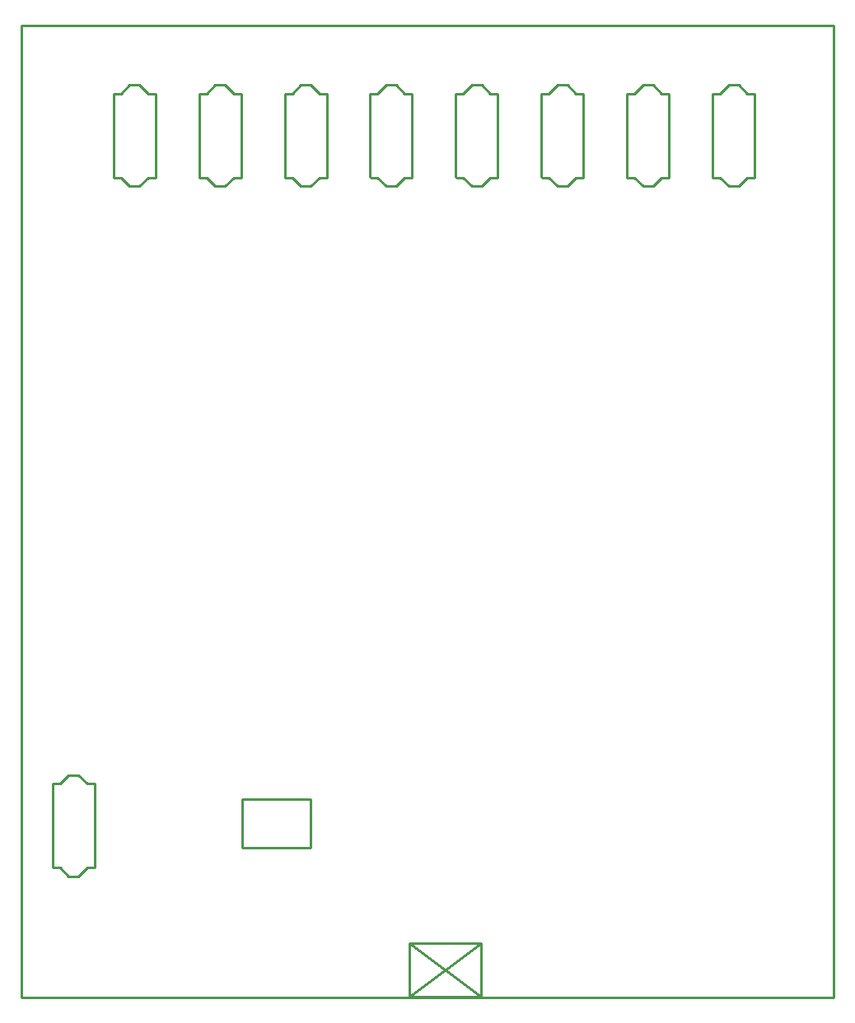
<source format=gm1>
G04*
G04 #@! TF.GenerationSoftware,Altium Limited,Altium Designer,20.2.4 (192)*
G04*
G04 Layer_Color=16711935*
%FSLAX44Y44*%
%MOMM*%
G71*
G04*
G04 #@! TF.SameCoordinates,18019364-DA1A-42E4-9FE6-B170CA0846D9*
G04*
G04*
G04 #@! TF.FilePolarity,Positive*
G04*
G01*
G75*
%ADD11C,0.2540*%
D11*
X0Y-2D02*
Y999998D01*
X835000D02*
X835000Y-2D01*
X0Y999998D02*
X835000Y999998D01*
X0Y-2D02*
X835000Y-2D01*
X358489Y929908D02*
X365929D01*
X374819Y938798D01*
X393869Y929908D02*
X401489D01*
X384979Y938798D02*
X393869Y929908D01*
X358489Y843548D02*
X365929D01*
X374819Y834658D01*
X393869Y843548D02*
X401489D01*
X384979Y834658D02*
X393869Y843548D01*
X358309Y843908D02*
Y929908D01*
X374819Y938798D02*
X384979D01*
X374819Y834658D02*
X384979D01*
X401489Y843548D02*
Y929908D01*
X446482D02*
X453922D01*
X462812Y938798D01*
X481862Y929908D02*
X489482D01*
X472972Y938798D02*
X481862Y929908D01*
X446482Y843548D02*
X453922D01*
X462812Y834658D01*
X481862Y843548D02*
X489482D01*
X472972Y834658D02*
X481862Y843548D01*
X446302Y843908D02*
Y929908D01*
X462812Y938798D02*
X472972D01*
X462812Y834658D02*
X472972D01*
X489482Y843548D02*
Y929908D01*
X270496D02*
X277936D01*
X286826Y938798D01*
X305876Y929908D02*
X313496D01*
X296986Y938798D02*
X305876Y929908D01*
X270496Y843548D02*
X277936D01*
X286826Y834658D01*
X305876Y843548D02*
X313496D01*
X296986Y834658D02*
X305876Y843548D01*
X270316Y843908D02*
Y929908D01*
X286826Y938798D02*
X296986D01*
X286826Y834658D02*
X296986D01*
X313496Y843548D02*
Y929908D01*
X94510D02*
X101950D01*
X110840Y938798D01*
X129890Y929908D02*
X137510D01*
X121000Y938798D02*
X129890Y929908D01*
X94510Y843548D02*
X101950D01*
X110840Y834658D01*
X129890Y843548D02*
X137510D01*
X121000Y834658D02*
X129890Y843548D01*
X94330Y843908D02*
Y929908D01*
X110840Y938798D02*
X121000D01*
X110840Y834658D02*
X121000D01*
X137510Y843548D02*
Y929908D01*
X182503D02*
X189943D01*
X198833Y938798D01*
X217883Y929908D02*
X225503D01*
X208993Y938798D02*
X217883Y929908D01*
X182503Y843548D02*
X189943D01*
X198833Y834658D01*
X217883Y843548D02*
X225503D01*
X208993Y834658D02*
X217883Y843548D01*
X182323Y843908D02*
Y929908D01*
X198833Y938798D02*
X208993D01*
X198833Y834658D02*
X208993D01*
X225503Y843548D02*
Y929908D01*
X622467D02*
X629907D01*
X638797Y938798D01*
X657848Y929908D02*
X665468D01*
X648958Y938798D02*
X657848Y929908D01*
X622467Y843548D02*
X629907D01*
X638797Y834658D01*
X657848Y843548D02*
X665468D01*
X648958Y834658D02*
X657848Y843548D01*
X622287Y843908D02*
Y929908D01*
X638797Y938798D02*
X648958D01*
X638797Y834658D02*
X648958D01*
X665468Y843548D02*
Y929908D01*
X710460D02*
X717900D01*
X726790Y938798D01*
X745840Y929908D02*
X753460D01*
X736950Y938798D02*
X745840Y929908D01*
X710460Y843548D02*
X717900D01*
X726790Y834658D01*
X745840Y843548D02*
X753460D01*
X736950Y834658D02*
X745840Y843548D01*
X710280Y843908D02*
Y929908D01*
X726790Y938798D02*
X736950D01*
X726790Y834658D02*
X736950D01*
X753460Y843548D02*
Y929908D01*
X534475D02*
X541915D01*
X550805Y938798D01*
X569855Y929908D02*
X577475D01*
X560965Y938798D02*
X569855Y929908D01*
X534475Y843548D02*
X541915D01*
X550805Y834658D01*
X569855Y843548D02*
X577475D01*
X560965Y834658D02*
X569855Y843548D01*
X534295Y843908D02*
Y929908D01*
X550805Y938798D02*
X560965D01*
X550805Y834658D02*
X560965D01*
X577475Y843548D02*
Y929908D01*
X32040Y219978D02*
X39480D01*
X48370Y228868D01*
X67420Y219978D02*
X75040D01*
X58530Y228868D02*
X67420Y219978D01*
X32040Y133618D02*
X39480D01*
X48370Y124728D01*
X67420Y133618D02*
X75040D01*
X58530Y124728D02*
X67420Y133618D01*
X31860Y133978D02*
Y219978D01*
X48370Y228868D02*
X58530D01*
X48370Y124728D02*
X58530D01*
X75040Y133618D02*
Y219978D01*
X226804Y204164D02*
X296657Y204164D01*
X226657Y154164D02*
X226804Y204164D01*
X296657Y154164D02*
Y204164D01*
X226657Y154164D02*
X296657D01*
X398501Y55998D02*
X472500Y498D01*
X398501D02*
X472500Y55998D01*
X398501D02*
X472500D01*
X398501Y498D02*
Y55998D01*
Y498D02*
X472500D01*
Y55998D01*
M02*

</source>
